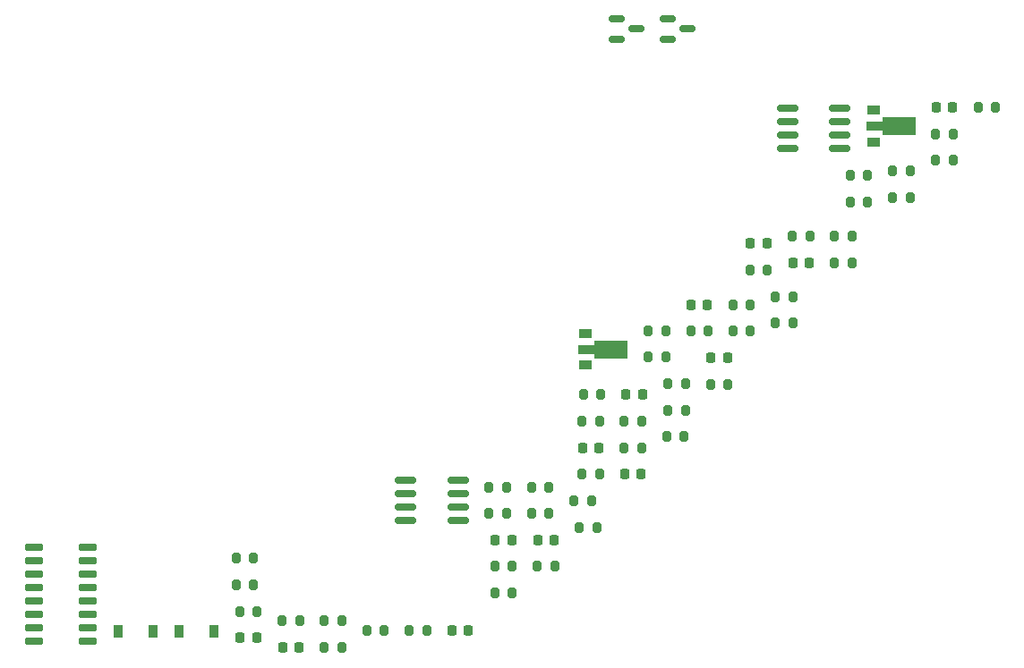
<source format=gbr>
%TF.GenerationSoftware,KiCad,Pcbnew,(6.0.9)*%
%TF.CreationDate,2022-12-23T01:27:24-06:00*%
%TF.ProjectId,CEM3340 VCO,43454d33-3334-4302-9056-434f2e6b6963,rev?*%
%TF.SameCoordinates,Original*%
%TF.FileFunction,Paste,Top*%
%TF.FilePolarity,Positive*%
%FSLAX46Y46*%
G04 Gerber Fmt 4.6, Leading zero omitted, Abs format (unit mm)*
G04 Created by KiCad (PCBNEW (6.0.9)) date 2022-12-23 01:27:24*
%MOMM*%
%LPD*%
G01*
G04 APERTURE LIST*
G04 Aperture macros list*
%AMRoundRect*
0 Rectangle with rounded corners*
0 $1 Rounding radius*
0 $2 $3 $4 $5 $6 $7 $8 $9 X,Y pos of 4 corners*
0 Add a 4 corners polygon primitive as box body*
4,1,4,$2,$3,$4,$5,$6,$7,$8,$9,$2,$3,0*
0 Add four circle primitives for the rounded corners*
1,1,$1+$1,$2,$3*
1,1,$1+$1,$4,$5*
1,1,$1+$1,$6,$7*
1,1,$1+$1,$8,$9*
0 Add four rect primitives between the rounded corners*
20,1,$1+$1,$2,$3,$4,$5,0*
20,1,$1+$1,$4,$5,$6,$7,0*
20,1,$1+$1,$6,$7,$8,$9,0*
20,1,$1+$1,$8,$9,$2,$3,0*%
%AMFreePoly0*
4,1,9,3.862500,-0.866500,0.737500,-0.866500,0.737500,-0.450000,-0.737500,-0.450000,-0.737500,0.450000,0.737500,0.450000,0.737500,0.866500,3.862500,0.866500,3.862500,-0.866500,3.862500,-0.866500,$1*%
G04 Aperture macros list end*
%ADD10RoundRect,0.150000X-0.825000X-0.150000X0.825000X-0.150000X0.825000X0.150000X-0.825000X0.150000X0*%
%ADD11RoundRect,0.200000X-0.200000X-0.275000X0.200000X-0.275000X0.200000X0.275000X-0.200000X0.275000X0*%
%ADD12RoundRect,0.225000X-0.225000X-0.250000X0.225000X-0.250000X0.225000X0.250000X-0.225000X0.250000X0*%
%ADD13RoundRect,0.150000X-0.725000X-0.150000X0.725000X-0.150000X0.725000X0.150000X-0.725000X0.150000X0*%
%ADD14RoundRect,0.150000X-0.587500X-0.150000X0.587500X-0.150000X0.587500X0.150000X-0.587500X0.150000X0*%
%ADD15R,0.900000X1.200000*%
%ADD16R,1.300000X0.900000*%
%ADD17FreePoly0,0.000000*%
G04 APERTURE END LIST*
D10*
%TO.C,U1*%
X103795000Y-106195000D03*
X103795000Y-107465000D03*
X103795000Y-108735000D03*
X103795000Y-110005000D03*
X108745000Y-110005000D03*
X108745000Y-108735000D03*
X108745000Y-107465000D03*
X108745000Y-106195000D03*
%TD*%
D11*
%TO.C,R33*%
X104115000Y-120430000D03*
X105765000Y-120430000D03*
%TD*%
%TO.C,R19*%
X116215000Y-114400000D03*
X117865000Y-114400000D03*
%TD*%
D12*
%TO.C,C12*%
X92135000Y-122030000D03*
X93685000Y-122030000D03*
%TD*%
D11*
%TO.C,R27*%
X128595000Y-99610000D03*
X130245000Y-99610000D03*
%TD*%
%TO.C,R15*%
X124465000Y-100640000D03*
X126115000Y-100640000D03*
%TD*%
D10*
%TO.C,U2*%
X139895000Y-70985000D03*
X139895000Y-72255000D03*
X139895000Y-73525000D03*
X139895000Y-74795000D03*
X144845000Y-74795000D03*
X144845000Y-73525000D03*
X144845000Y-72255000D03*
X144845000Y-70985000D03*
%TD*%
D13*
%TO.C,U3*%
X68595000Y-112555000D03*
X68595000Y-113825000D03*
X68595000Y-115095000D03*
X68595000Y-116365000D03*
X68595000Y-117635000D03*
X68595000Y-118905000D03*
X68595000Y-120175000D03*
X68595000Y-121445000D03*
X73745000Y-121445000D03*
X73745000Y-120175000D03*
X73745000Y-118905000D03*
X73745000Y-117635000D03*
X73745000Y-116365000D03*
X73745000Y-115095000D03*
X73745000Y-113825000D03*
X73745000Y-112555000D03*
%TD*%
D11*
%TO.C,R23*%
X145835000Y-79880000D03*
X147485000Y-79880000D03*
%TD*%
%TO.C,R16*%
X134745000Y-89610000D03*
X136395000Y-89610000D03*
%TD*%
%TO.C,R7*%
X138755000Y-91350000D03*
X140405000Y-91350000D03*
%TD*%
D14*
%TO.C,Q1*%
X128602500Y-62550000D03*
X128602500Y-64450000D03*
X130477500Y-63500000D03*
%TD*%
D12*
%TO.C,C6*%
X124635000Y-98130000D03*
X126185000Y-98130000D03*
%TD*%
%TO.C,C5*%
X130785000Y-89610000D03*
X132335000Y-89610000D03*
%TD*%
D11*
%TO.C,R28*%
X140345000Y-83160000D03*
X141995000Y-83160000D03*
%TD*%
%TO.C,R30*%
X96095000Y-122030000D03*
X97745000Y-122030000D03*
%TD*%
D12*
%TO.C,C3*%
X116265000Y-111890000D03*
X117815000Y-111890000D03*
%TD*%
D11*
%TO.C,R26*%
X87725000Y-116150000D03*
X89375000Y-116150000D03*
%TD*%
D12*
%TO.C,C15*%
X88125000Y-121170000D03*
X89675000Y-121170000D03*
%TD*%
D11*
%TO.C,R32*%
X88075000Y-118660000D03*
X89725000Y-118660000D03*
%TD*%
%TO.C,R11*%
X128475000Y-102120000D03*
X130125000Y-102120000D03*
%TD*%
D12*
%TO.C,C9*%
X140395000Y-85670000D03*
X141945000Y-85670000D03*
%TD*%
D11*
%TO.C,R17*%
X115685000Y-109380000D03*
X117335000Y-109380000D03*
%TD*%
%TO.C,R40*%
X145835000Y-77370000D03*
X147485000Y-77370000D03*
%TD*%
%TO.C,R14*%
X153925000Y-75940000D03*
X155575000Y-75940000D03*
%TD*%
%TO.C,R41*%
X120455000Y-100640000D03*
X122105000Y-100640000D03*
%TD*%
%TO.C,R18*%
X128595000Y-97100000D03*
X130245000Y-97100000D03*
%TD*%
%TO.C,R2*%
X126725000Y-94590000D03*
X128375000Y-94590000D03*
%TD*%
%TO.C,R9*%
X132605000Y-97140000D03*
X134255000Y-97140000D03*
%TD*%
%TO.C,R6*%
X120575000Y-98130000D03*
X122225000Y-98130000D03*
%TD*%
%TO.C,R39*%
X138755000Y-88840000D03*
X140405000Y-88840000D03*
%TD*%
D12*
%TO.C,C8*%
X124515000Y-105660000D03*
X126065000Y-105660000D03*
%TD*%
D11*
%TO.C,R21*%
X134745000Y-92120000D03*
X136395000Y-92120000D03*
%TD*%
%TO.C,R25*%
X153925000Y-73430000D03*
X155575000Y-73430000D03*
%TD*%
%TO.C,R43*%
X115685000Y-106870000D03*
X117335000Y-106870000D03*
%TD*%
%TO.C,R12*%
X112205000Y-114400000D03*
X113855000Y-114400000D03*
%TD*%
D12*
%TO.C,C7*%
X120505000Y-103150000D03*
X122055000Y-103150000D03*
%TD*%
D11*
%TO.C,R8*%
X96095000Y-119520000D03*
X97745000Y-119520000D03*
%TD*%
%TO.C,R22*%
X111675000Y-106870000D03*
X113325000Y-106870000D03*
%TD*%
D12*
%TO.C,C4*%
X153975000Y-70920000D03*
X155525000Y-70920000D03*
%TD*%
D11*
%TO.C,R38*%
X119695000Y-108170000D03*
X121345000Y-108170000D03*
%TD*%
%TO.C,R37*%
X144355000Y-83160000D03*
X146005000Y-83160000D03*
%TD*%
%TO.C,R4*%
X92085000Y-119520000D03*
X93735000Y-119520000D03*
%TD*%
D15*
%TO.C,D1*%
X76620000Y-120510000D03*
X79920000Y-120510000D03*
%TD*%
D11*
%TO.C,R35*%
X126725000Y-92080000D03*
X128375000Y-92080000D03*
%TD*%
%TO.C,R29*%
X120225000Y-110680000D03*
X121875000Y-110680000D03*
%TD*%
D16*
%TO.C,U5*%
X148020000Y-71190000D03*
D17*
X148107500Y-72690000D03*
D16*
X148020000Y-74190000D03*
%TD*%
D11*
%TO.C,R31*%
X136335000Y-86330000D03*
X137985000Y-86330000D03*
%TD*%
D14*
%TO.C,Q2*%
X123712500Y-62550000D03*
X123712500Y-64450000D03*
X125587500Y-63500000D03*
%TD*%
D15*
%TO.C,D2*%
X82370000Y-120510000D03*
X85670000Y-120510000D03*
%TD*%
D12*
%TO.C,C2*%
X108175000Y-120430000D03*
X109725000Y-120430000D03*
%TD*%
%TO.C,C10*%
X132655000Y-94630000D03*
X134205000Y-94630000D03*
%TD*%
D11*
%TO.C,R5*%
X130735000Y-92120000D03*
X132385000Y-92120000D03*
%TD*%
D12*
%TO.C,C1*%
X136385000Y-83820000D03*
X137935000Y-83820000D03*
%TD*%
D16*
%TO.C,U4*%
X120820000Y-92350000D03*
D17*
X120907500Y-93850000D03*
D16*
X120820000Y-95350000D03*
%TD*%
D11*
%TO.C,R1*%
X124465000Y-103150000D03*
X126115000Y-103150000D03*
%TD*%
%TO.C,R44*%
X120455000Y-105660000D03*
X122105000Y-105660000D03*
%TD*%
%TO.C,R24*%
X100105000Y-120430000D03*
X101755000Y-120430000D03*
%TD*%
%TO.C,R20*%
X144355000Y-85670000D03*
X146005000Y-85670000D03*
%TD*%
%TO.C,R42*%
X149845000Y-76970000D03*
X151495000Y-76970000D03*
%TD*%
%TO.C,R36*%
X112205000Y-116910000D03*
X113855000Y-116910000D03*
%TD*%
D12*
%TO.C,C14*%
X112255000Y-111890000D03*
X113805000Y-111890000D03*
%TD*%
D11*
%TO.C,R13*%
X157935000Y-70920000D03*
X159585000Y-70920000D03*
%TD*%
%TO.C,R3*%
X111675000Y-109380000D03*
X113325000Y-109380000D03*
%TD*%
%TO.C,R10*%
X149845000Y-79480000D03*
X151495000Y-79480000D03*
%TD*%
%TO.C,R34*%
X87725000Y-113640000D03*
X89375000Y-113640000D03*
%TD*%
M02*

</source>
